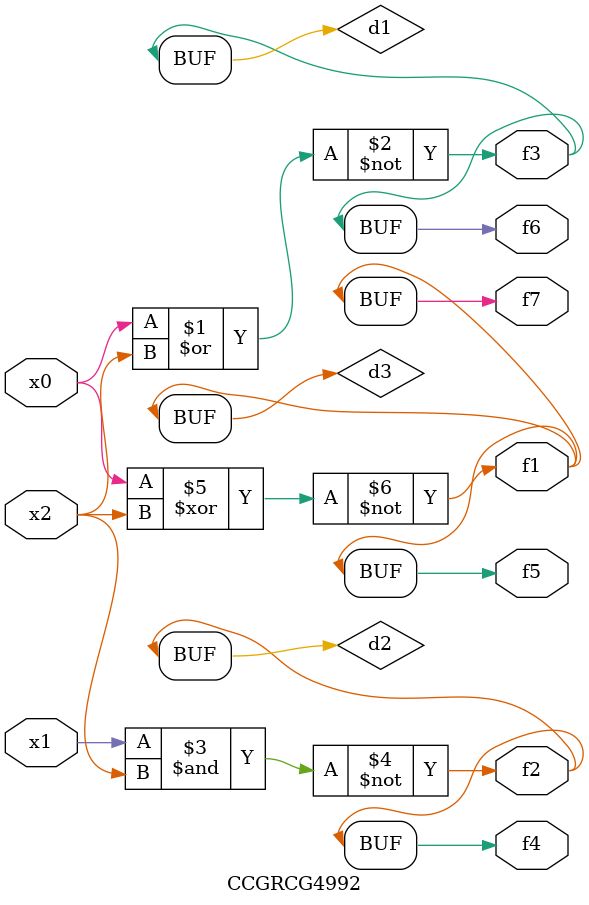
<source format=v>
module CCGRCG4992(
	input x0, x1, x2,
	output f1, f2, f3, f4, f5, f6, f7
);

	wire d1, d2, d3;

	nor (d1, x0, x2);
	nand (d2, x1, x2);
	xnor (d3, x0, x2);
	assign f1 = d3;
	assign f2 = d2;
	assign f3 = d1;
	assign f4 = d2;
	assign f5 = d3;
	assign f6 = d1;
	assign f7 = d3;
endmodule

</source>
